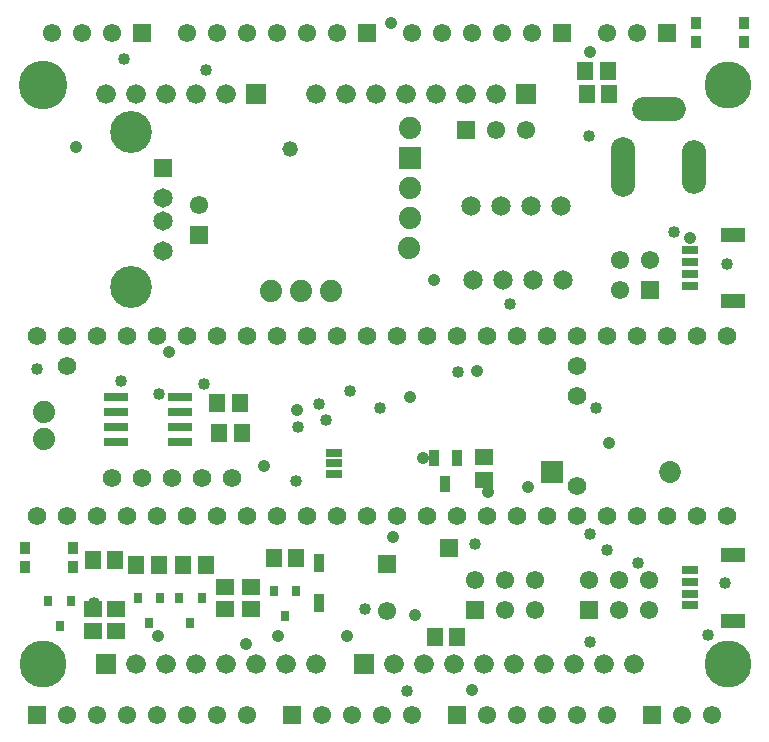
<source format=gts>
G04 DipTrace 3.3.1.3*
G04 T4LSSArduinoShield.gts*
%MOIN*%
G04 #@! TF.FileFunction,Soldermask,Top*
G04 #@! TF.Part,Single*
%ADD15C,0.04*%
%ADD35C,0.074*%
%ADD37R,0.031496X0.035433*%
%ADD42C,0.06194*%
%ADD43C,0.074*%
%ADD47C,0.065199*%
%ADD48R,0.074X0.074*%
%ADD70C,0.162*%
%ADD72C,0.157*%
%ADD74C,0.052*%
%ADD76C,0.042*%
%ADD78R,0.037433X0.04137*%
%ADD80O,0.179165X0.08074*%
%ADD82O,0.08074X0.179165*%
%ADD84O,0.08074X0.19885*%
%ADD86R,0.072866X0.072866*%
%ADD88C,0.072866*%
%ADD90R,0.035465X0.053181*%
%ADD92R,0.033496X0.064992*%
%ADD98R,0.05515X0.025622*%
%ADD100R,0.08074X0.049244*%
%ADD102R,0.052X0.027*%
%ADD108R,0.08074X0.025622*%
%ADD112R,0.061055X0.053181*%
%ADD118C,0.06578*%
%ADD120R,0.06578X0.06578*%
%ADD122C,0.139795*%
%ADD124C,0.064992*%
%ADD126R,0.064992X0.064992*%
%ADD128C,0.061055*%
%ADD130R,0.061055X0.061055*%
%ADD132R,0.053181X0.061055*%
%FSLAX26Y26*%
G04*
G70*
G90*
G75*
G01*
G04 TopMask*
%LPD*%
D76*
X931700Y1728700D3*
X1525700Y781700D3*
X1295700D3*
X1206700Y947102D3*
X1815700Y1967700D3*
X1736700Y1580700D3*
X1249700Y1348700D3*
X897799Y783961D3*
X1751700Y851700D3*
X2129700Y1279700D3*
X1958700Y1664700D3*
X1190700Y754700D3*
X1942700Y603700D3*
X1358700Y1534700D3*
X2669700Y2108700D3*
X2398700Y1426700D3*
X1672700Y2824700D3*
X2335700Y2728700D3*
X621700Y2412700D3*
D74*
X1337700Y2405700D3*
D76*
X1780165Y1376700D3*
D3*
X1680700Y1113700D3*
X1997700Y1262700D3*
D72*
X2795275Y688976D3*
X511810D3*
D70*
Y2618109D3*
D72*
X2795275D3*
D15*
X784700Y2704700D3*
X1056834Y2668869D3*
X1897700Y1661700D3*
X2391700Y1068700D3*
X1952700Y1089700D3*
X2333700Y2447700D3*
X774700Y1632700D3*
X493700Y1671188D3*
X682700Y893700D3*
X898700Y1587700D3*
X2336700Y761700D3*
Y1121700D3*
X2068700Y1890700D3*
X1586700Y872700D3*
X1727700Y597700D3*
X1456700Y1501700D3*
X1434700Y1554700D3*
X2357700Y1542700D3*
X2617700Y2128700D3*
X1536700Y1600700D3*
X1636672Y1542523D3*
X1050672Y1622511D3*
X2793700Y2023767D3*
X1361700Y1479700D3*
X1356700Y1297700D3*
X2495700Y1026700D3*
X2729700Y786700D3*
X2785590Y960665D3*
D132*
X1168700Y1557700D3*
X1093897D3*
X1175700Y1457700D3*
X1100897D3*
D130*
X1593700Y2793700D3*
D128*
X1493700D3*
X1393700D3*
X1293700D3*
X1193700D3*
X1093700D3*
X993700D3*
D130*
X843700D3*
D128*
X743700D3*
X643700D3*
X543700D3*
D130*
X493700Y518700D3*
D128*
X593700D3*
X693700D3*
X793700D3*
X893700D3*
X993700D3*
X1093700D3*
X1193700D3*
D130*
X1343700D3*
D128*
X1443700D3*
X1543700D3*
X1643700D3*
X1743700D3*
D130*
X1922830Y2468700D3*
D128*
X2022830D3*
X2122830D3*
D126*
X911747Y2341495D3*
D124*
Y2243070D3*
Y2164330D3*
Y2065905D3*
D122*
X805054Y2462361D3*
Y1945039D3*
D120*
X1222834Y2588976D3*
D118*
X1122834D3*
X1022834D3*
X922834D3*
X822834D3*
X722834D3*
D120*
X2122834D3*
D118*
X2022834D3*
X1922834D3*
X1822834D3*
X1722834D3*
X1622834D3*
X1522834D3*
X1422834D3*
D120*
X722834Y688976D3*
D118*
X822834D3*
X922834D3*
X1022834D3*
X1122834D3*
X1222834D3*
X1322834D3*
X1422834D3*
D120*
X1582834D3*
D118*
X1682834D3*
X1782834D3*
X1882834D3*
X1982834D3*
X2082834D3*
X2182834D3*
X2282834D3*
X2382834D3*
X2482834D3*
D130*
X1893700Y518700D3*
D128*
X1993700D3*
X2093700D3*
X2193700D3*
X2293700D3*
X2393700D3*
D130*
X2543700D3*
D128*
X2643700D3*
X2743700D3*
D130*
X2243700Y2793700D3*
D128*
X2143700D3*
X2043700D3*
X1943700D3*
X1843700D3*
X1743700D3*
D130*
X1031700Y2118700D3*
D128*
Y2218700D3*
D35*
X1272700Y1931700D3*
X1372700D3*
X1472700D3*
D37*
X1041700Y910070D3*
X966897D3*
X1004298Y827393D3*
X605700Y897700D3*
X530897D3*
X568298Y815023D3*
X903700Y910070D3*
X828897D3*
X866298Y827393D3*
X1357700Y933070D3*
X1282897D3*
X1320298Y850393D3*
D132*
X2399700Y2587700D3*
X2324897D3*
X2320700Y2665700D3*
X2395503D3*
X1357700Y1042700D3*
X1282897D3*
X980897Y1020700D3*
X1055700D3*
D112*
X1119700Y872298D3*
Y947102D3*
X1206700Y872298D3*
Y947102D3*
D132*
X898700Y1020700D3*
X823897D3*
X678298Y1036700D3*
X753102D3*
D112*
X680700Y798298D3*
Y873102D3*
X755700Y798298D3*
Y873102D3*
D108*
X968700Y1430700D3*
Y1480700D3*
Y1530700D3*
Y1580700D3*
X756102D3*
Y1530700D3*
Y1480700D3*
Y1430700D3*
D42*
X493700Y1183700D3*
X593700D3*
X693700D3*
X793700D3*
X893700D3*
X993700D3*
X1093700D3*
X1193700D3*
X1293700D3*
X1393700D3*
X1493700D3*
X1593700D3*
X1693700D3*
X1793700D3*
X2293700Y1283700D3*
X593700Y1683700D3*
D43*
X515700Y1528700D3*
Y1438700D3*
D42*
X2093700Y1783700D3*
X1793700D3*
X1693700D3*
X1593700D3*
X1493700D3*
X1393700D3*
X1293700D3*
X1193700D3*
X1093700D3*
X993700D3*
X893700D3*
X793700D3*
X693700D3*
X593700D3*
X493700D3*
X2293700Y1683700D3*
X743700Y1308700D3*
X843700D3*
X943700D3*
X2393700Y1183700D3*
X2493700D3*
X2293700D3*
X2193700D3*
X2093700D3*
X1993700D3*
X2593700D3*
X2693700D3*
X2793700D3*
Y1783700D3*
X1893700Y1183700D3*
X2693700Y1783700D3*
X1893700D3*
X2593700D3*
X2393700D3*
X2293700D3*
X2193700D3*
X2493700D3*
X1993700D3*
X2293700Y1583700D3*
X1043700Y1308700D3*
X1143700D3*
D102*
X1481700Y1323700D3*
Y1358700D3*
Y1393700D3*
D130*
X1953700Y868700D3*
D128*
Y968700D3*
X2053700Y868700D3*
Y968700D3*
X2153700Y868700D3*
Y968700D3*
D130*
X2333700Y868700D3*
D128*
Y968700D3*
X2433700Y868700D3*
Y968700D3*
X2533700Y868700D3*
Y968700D3*
D130*
X2593700Y2793700D3*
D128*
X2493700D3*
X2393700D3*
D100*
X2813385Y1898464D3*
Y2118936D3*
D98*
X2668700Y1949645D3*
Y1989015D3*
Y2028385D3*
Y2067755D3*
D100*
X2813385Y833464D3*
Y1053936D3*
D98*
X2668700Y884645D3*
Y924015D3*
Y963385D3*
Y1002755D3*
D47*
X2239700Y2214700D3*
X2139700D3*
X2039700D3*
X1939700D3*
X2247700Y1967700D3*
X2147700D3*
X2047700D3*
X1947700D3*
D35*
X1736700Y2474700D3*
D48*
Y2374700D3*
D35*
Y2274700D3*
Y2174700D3*
X1731700Y2074700D3*
D130*
X2535700Y1935700D3*
D128*
X2435700D3*
X2535700Y2035700D3*
X2435700D3*
D130*
X1658700Y1022440D3*
D128*
Y864960D3*
D132*
X1819897Y777700D3*
X1894700D3*
D92*
X1432700Y891771D3*
Y1025629D3*
D130*
X1867700Y1075700D3*
D90*
X1891700Y1376700D3*
X1816897D3*
X1854298Y1290086D3*
D112*
X1981700Y1378700D3*
Y1303897D3*
D88*
X2603700Y1327700D3*
D86*
X2210787D3*
D84*
X2447700Y2346700D3*
D82*
X2683920D3*
D80*
X2565810Y2539613D3*
D78*
X2688700Y2761700D3*
X2850117D3*
Y2824692D3*
X2688700D3*
X452991Y1012204D3*
X614409D3*
Y1075196D3*
X452991D3*
M02*

</source>
